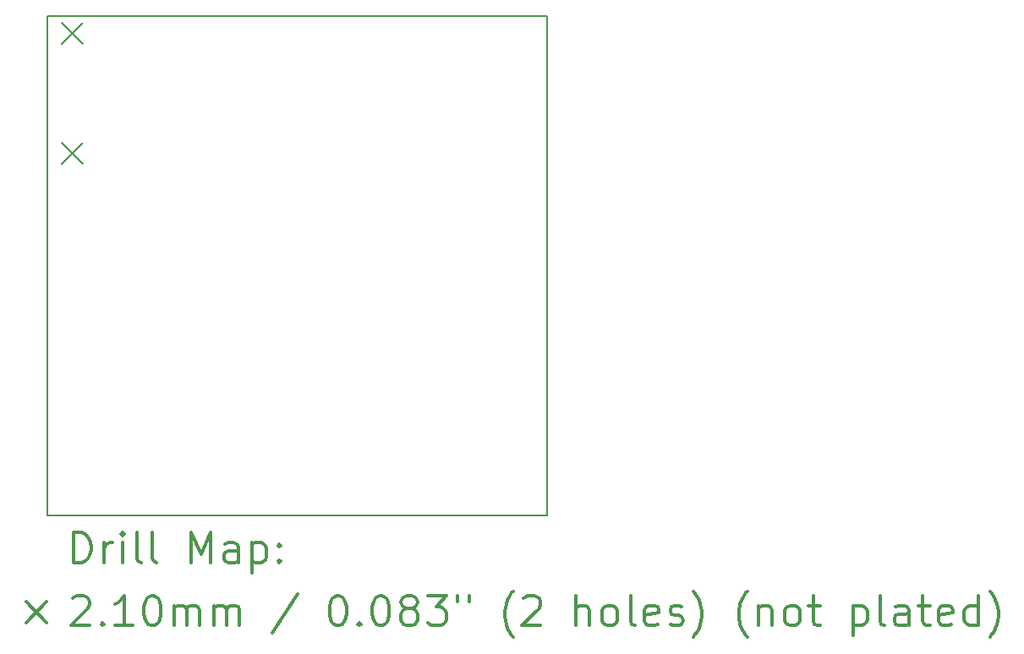
<source format=gbr>
%FSLAX45Y45*%
G04 Gerber Fmt 4.5, Leading zero omitted, Abs format (unit mm)*
G04 Created by KiCad (PCBNEW 4.0.2-stable) date 3/23/2016 2:13:14 PM*
%MOMM*%
G01*
G04 APERTURE LIST*
%ADD10C,0.127000*%
%ADD11C,0.150000*%
%ADD12C,0.200000*%
%ADD13C,0.300000*%
G04 APERTURE END LIST*
D10*
D11*
X14000000Y-7000000D02*
X9000000Y-7000000D01*
X14000000Y-12000000D02*
X14000000Y-7000000D01*
X9000000Y-12000000D02*
X14000000Y-12000000D01*
X9000000Y-7000000D02*
X9000000Y-12000000D01*
D12*
X9140600Y-7067400D02*
X9350600Y-7277400D01*
X9350600Y-7067400D02*
X9140600Y-7277400D01*
X9140600Y-8267400D02*
X9350600Y-8477400D01*
X9350600Y-8267400D02*
X9140600Y-8477400D01*
D13*
X9263929Y-12473214D02*
X9263929Y-12173214D01*
X9335357Y-12173214D01*
X9378214Y-12187500D01*
X9406786Y-12216071D01*
X9421071Y-12244643D01*
X9435357Y-12301786D01*
X9435357Y-12344643D01*
X9421071Y-12401786D01*
X9406786Y-12430357D01*
X9378214Y-12458929D01*
X9335357Y-12473214D01*
X9263929Y-12473214D01*
X9563929Y-12473214D02*
X9563929Y-12273214D01*
X9563929Y-12330357D02*
X9578214Y-12301786D01*
X9592500Y-12287500D01*
X9621071Y-12273214D01*
X9649643Y-12273214D01*
X9749643Y-12473214D02*
X9749643Y-12273214D01*
X9749643Y-12173214D02*
X9735357Y-12187500D01*
X9749643Y-12201786D01*
X9763929Y-12187500D01*
X9749643Y-12173214D01*
X9749643Y-12201786D01*
X9935357Y-12473214D02*
X9906786Y-12458929D01*
X9892500Y-12430357D01*
X9892500Y-12173214D01*
X10092500Y-12473214D02*
X10063929Y-12458929D01*
X10049643Y-12430357D01*
X10049643Y-12173214D01*
X10435357Y-12473214D02*
X10435357Y-12173214D01*
X10535357Y-12387500D01*
X10635357Y-12173214D01*
X10635357Y-12473214D01*
X10906786Y-12473214D02*
X10906786Y-12316071D01*
X10892500Y-12287500D01*
X10863929Y-12273214D01*
X10806786Y-12273214D01*
X10778214Y-12287500D01*
X10906786Y-12458929D02*
X10878214Y-12473214D01*
X10806786Y-12473214D01*
X10778214Y-12458929D01*
X10763929Y-12430357D01*
X10763929Y-12401786D01*
X10778214Y-12373214D01*
X10806786Y-12358929D01*
X10878214Y-12358929D01*
X10906786Y-12344643D01*
X11049643Y-12273214D02*
X11049643Y-12573214D01*
X11049643Y-12287500D02*
X11078214Y-12273214D01*
X11135357Y-12273214D01*
X11163929Y-12287500D01*
X11178214Y-12301786D01*
X11192500Y-12330357D01*
X11192500Y-12416071D01*
X11178214Y-12444643D01*
X11163929Y-12458929D01*
X11135357Y-12473214D01*
X11078214Y-12473214D01*
X11049643Y-12458929D01*
X11321071Y-12444643D02*
X11335357Y-12458929D01*
X11321071Y-12473214D01*
X11306786Y-12458929D01*
X11321071Y-12444643D01*
X11321071Y-12473214D01*
X11321071Y-12287500D02*
X11335357Y-12301786D01*
X11321071Y-12316071D01*
X11306786Y-12301786D01*
X11321071Y-12287500D01*
X11321071Y-12316071D01*
X8782500Y-12862500D02*
X8992500Y-13072500D01*
X8992500Y-12862500D02*
X8782500Y-13072500D01*
X9249643Y-12831786D02*
X9263929Y-12817500D01*
X9292500Y-12803214D01*
X9363929Y-12803214D01*
X9392500Y-12817500D01*
X9406786Y-12831786D01*
X9421071Y-12860357D01*
X9421071Y-12888929D01*
X9406786Y-12931786D01*
X9235357Y-13103214D01*
X9421071Y-13103214D01*
X9549643Y-13074643D02*
X9563929Y-13088929D01*
X9549643Y-13103214D01*
X9535357Y-13088929D01*
X9549643Y-13074643D01*
X9549643Y-13103214D01*
X9849643Y-13103214D02*
X9678214Y-13103214D01*
X9763928Y-13103214D02*
X9763928Y-12803214D01*
X9735357Y-12846071D01*
X9706786Y-12874643D01*
X9678214Y-12888929D01*
X10035357Y-12803214D02*
X10063929Y-12803214D01*
X10092500Y-12817500D01*
X10106786Y-12831786D01*
X10121071Y-12860357D01*
X10135357Y-12917500D01*
X10135357Y-12988929D01*
X10121071Y-13046071D01*
X10106786Y-13074643D01*
X10092500Y-13088929D01*
X10063929Y-13103214D01*
X10035357Y-13103214D01*
X10006786Y-13088929D01*
X9992500Y-13074643D01*
X9978214Y-13046071D01*
X9963929Y-12988929D01*
X9963929Y-12917500D01*
X9978214Y-12860357D01*
X9992500Y-12831786D01*
X10006786Y-12817500D01*
X10035357Y-12803214D01*
X10263929Y-13103214D02*
X10263929Y-12903214D01*
X10263929Y-12931786D02*
X10278214Y-12917500D01*
X10306786Y-12903214D01*
X10349643Y-12903214D01*
X10378214Y-12917500D01*
X10392500Y-12946071D01*
X10392500Y-13103214D01*
X10392500Y-12946071D02*
X10406786Y-12917500D01*
X10435357Y-12903214D01*
X10478214Y-12903214D01*
X10506786Y-12917500D01*
X10521071Y-12946071D01*
X10521071Y-13103214D01*
X10663929Y-13103214D02*
X10663929Y-12903214D01*
X10663929Y-12931786D02*
X10678214Y-12917500D01*
X10706786Y-12903214D01*
X10749643Y-12903214D01*
X10778214Y-12917500D01*
X10792500Y-12946071D01*
X10792500Y-13103214D01*
X10792500Y-12946071D02*
X10806786Y-12917500D01*
X10835357Y-12903214D01*
X10878214Y-12903214D01*
X10906786Y-12917500D01*
X10921071Y-12946071D01*
X10921071Y-13103214D01*
X11506786Y-12788929D02*
X11249643Y-13174643D01*
X11892500Y-12803214D02*
X11921071Y-12803214D01*
X11949643Y-12817500D01*
X11963928Y-12831786D01*
X11978214Y-12860357D01*
X11992500Y-12917500D01*
X11992500Y-12988929D01*
X11978214Y-13046071D01*
X11963928Y-13074643D01*
X11949643Y-13088929D01*
X11921071Y-13103214D01*
X11892500Y-13103214D01*
X11863928Y-13088929D01*
X11849643Y-13074643D01*
X11835357Y-13046071D01*
X11821071Y-12988929D01*
X11821071Y-12917500D01*
X11835357Y-12860357D01*
X11849643Y-12831786D01*
X11863928Y-12817500D01*
X11892500Y-12803214D01*
X12121071Y-13074643D02*
X12135357Y-13088929D01*
X12121071Y-13103214D01*
X12106786Y-13088929D01*
X12121071Y-13074643D01*
X12121071Y-13103214D01*
X12321071Y-12803214D02*
X12349643Y-12803214D01*
X12378214Y-12817500D01*
X12392500Y-12831786D01*
X12406785Y-12860357D01*
X12421071Y-12917500D01*
X12421071Y-12988929D01*
X12406785Y-13046071D01*
X12392500Y-13074643D01*
X12378214Y-13088929D01*
X12349643Y-13103214D01*
X12321071Y-13103214D01*
X12292500Y-13088929D01*
X12278214Y-13074643D01*
X12263928Y-13046071D01*
X12249643Y-12988929D01*
X12249643Y-12917500D01*
X12263928Y-12860357D01*
X12278214Y-12831786D01*
X12292500Y-12817500D01*
X12321071Y-12803214D01*
X12592500Y-12931786D02*
X12563928Y-12917500D01*
X12549643Y-12903214D01*
X12535357Y-12874643D01*
X12535357Y-12860357D01*
X12549643Y-12831786D01*
X12563928Y-12817500D01*
X12592500Y-12803214D01*
X12649643Y-12803214D01*
X12678214Y-12817500D01*
X12692500Y-12831786D01*
X12706785Y-12860357D01*
X12706785Y-12874643D01*
X12692500Y-12903214D01*
X12678214Y-12917500D01*
X12649643Y-12931786D01*
X12592500Y-12931786D01*
X12563928Y-12946071D01*
X12549643Y-12960357D01*
X12535357Y-12988929D01*
X12535357Y-13046071D01*
X12549643Y-13074643D01*
X12563928Y-13088929D01*
X12592500Y-13103214D01*
X12649643Y-13103214D01*
X12678214Y-13088929D01*
X12692500Y-13074643D01*
X12706785Y-13046071D01*
X12706785Y-12988929D01*
X12692500Y-12960357D01*
X12678214Y-12946071D01*
X12649643Y-12931786D01*
X12806785Y-12803214D02*
X12992500Y-12803214D01*
X12892500Y-12917500D01*
X12935357Y-12917500D01*
X12963928Y-12931786D01*
X12978214Y-12946071D01*
X12992500Y-12974643D01*
X12992500Y-13046071D01*
X12978214Y-13074643D01*
X12963928Y-13088929D01*
X12935357Y-13103214D01*
X12849643Y-13103214D01*
X12821071Y-13088929D01*
X12806785Y-13074643D01*
X13106786Y-12803214D02*
X13106786Y-12860357D01*
X13221071Y-12803214D02*
X13221071Y-12860357D01*
X13663928Y-13217500D02*
X13649643Y-13203214D01*
X13621071Y-13160357D01*
X13606785Y-13131786D01*
X13592500Y-13088929D01*
X13578214Y-13017500D01*
X13578214Y-12960357D01*
X13592500Y-12888929D01*
X13606785Y-12846071D01*
X13621071Y-12817500D01*
X13649643Y-12774643D01*
X13663928Y-12760357D01*
X13763928Y-12831786D02*
X13778214Y-12817500D01*
X13806785Y-12803214D01*
X13878214Y-12803214D01*
X13906785Y-12817500D01*
X13921071Y-12831786D01*
X13935357Y-12860357D01*
X13935357Y-12888929D01*
X13921071Y-12931786D01*
X13749643Y-13103214D01*
X13935357Y-13103214D01*
X14292500Y-13103214D02*
X14292500Y-12803214D01*
X14421071Y-13103214D02*
X14421071Y-12946071D01*
X14406785Y-12917500D01*
X14378214Y-12903214D01*
X14335357Y-12903214D01*
X14306785Y-12917500D01*
X14292500Y-12931786D01*
X14606785Y-13103214D02*
X14578214Y-13088929D01*
X14563928Y-13074643D01*
X14549643Y-13046071D01*
X14549643Y-12960357D01*
X14563928Y-12931786D01*
X14578214Y-12917500D01*
X14606785Y-12903214D01*
X14649643Y-12903214D01*
X14678214Y-12917500D01*
X14692500Y-12931786D01*
X14706785Y-12960357D01*
X14706785Y-13046071D01*
X14692500Y-13074643D01*
X14678214Y-13088929D01*
X14649643Y-13103214D01*
X14606785Y-13103214D01*
X14878214Y-13103214D02*
X14849643Y-13088929D01*
X14835357Y-13060357D01*
X14835357Y-12803214D01*
X15106786Y-13088929D02*
X15078214Y-13103214D01*
X15021071Y-13103214D01*
X14992500Y-13088929D01*
X14978214Y-13060357D01*
X14978214Y-12946071D01*
X14992500Y-12917500D01*
X15021071Y-12903214D01*
X15078214Y-12903214D01*
X15106786Y-12917500D01*
X15121071Y-12946071D01*
X15121071Y-12974643D01*
X14978214Y-13003214D01*
X15235357Y-13088929D02*
X15263928Y-13103214D01*
X15321071Y-13103214D01*
X15349643Y-13088929D01*
X15363928Y-13060357D01*
X15363928Y-13046071D01*
X15349643Y-13017500D01*
X15321071Y-13003214D01*
X15278214Y-13003214D01*
X15249643Y-12988929D01*
X15235357Y-12960357D01*
X15235357Y-12946071D01*
X15249643Y-12917500D01*
X15278214Y-12903214D01*
X15321071Y-12903214D01*
X15349643Y-12917500D01*
X15463928Y-13217500D02*
X15478214Y-13203214D01*
X15506786Y-13160357D01*
X15521071Y-13131786D01*
X15535357Y-13088929D01*
X15549643Y-13017500D01*
X15549643Y-12960357D01*
X15535357Y-12888929D01*
X15521071Y-12846071D01*
X15506786Y-12817500D01*
X15478214Y-12774643D01*
X15463928Y-12760357D01*
X16006786Y-13217500D02*
X15992500Y-13203214D01*
X15963928Y-13160357D01*
X15949643Y-13131786D01*
X15935357Y-13088929D01*
X15921071Y-13017500D01*
X15921071Y-12960357D01*
X15935357Y-12888929D01*
X15949643Y-12846071D01*
X15963928Y-12817500D01*
X15992500Y-12774643D01*
X16006786Y-12760357D01*
X16121071Y-12903214D02*
X16121071Y-13103214D01*
X16121071Y-12931786D02*
X16135357Y-12917500D01*
X16163928Y-12903214D01*
X16206786Y-12903214D01*
X16235357Y-12917500D01*
X16249643Y-12946071D01*
X16249643Y-13103214D01*
X16435357Y-13103214D02*
X16406786Y-13088929D01*
X16392500Y-13074643D01*
X16378214Y-13046071D01*
X16378214Y-12960357D01*
X16392500Y-12931786D01*
X16406786Y-12917500D01*
X16435357Y-12903214D01*
X16478214Y-12903214D01*
X16506786Y-12917500D01*
X16521071Y-12931786D01*
X16535357Y-12960357D01*
X16535357Y-13046071D01*
X16521071Y-13074643D01*
X16506786Y-13088929D01*
X16478214Y-13103214D01*
X16435357Y-13103214D01*
X16621071Y-12903214D02*
X16735357Y-12903214D01*
X16663928Y-12803214D02*
X16663928Y-13060357D01*
X16678214Y-13088929D01*
X16706786Y-13103214D01*
X16735357Y-13103214D01*
X17063929Y-12903214D02*
X17063929Y-13203214D01*
X17063929Y-12917500D02*
X17092500Y-12903214D01*
X17149643Y-12903214D01*
X17178214Y-12917500D01*
X17192500Y-12931786D01*
X17206786Y-12960357D01*
X17206786Y-13046071D01*
X17192500Y-13074643D01*
X17178214Y-13088929D01*
X17149643Y-13103214D01*
X17092500Y-13103214D01*
X17063929Y-13088929D01*
X17378214Y-13103214D02*
X17349643Y-13088929D01*
X17335357Y-13060357D01*
X17335357Y-12803214D01*
X17621071Y-13103214D02*
X17621071Y-12946071D01*
X17606786Y-12917500D01*
X17578214Y-12903214D01*
X17521071Y-12903214D01*
X17492500Y-12917500D01*
X17621071Y-13088929D02*
X17592500Y-13103214D01*
X17521071Y-13103214D01*
X17492500Y-13088929D01*
X17478214Y-13060357D01*
X17478214Y-13031786D01*
X17492500Y-13003214D01*
X17521071Y-12988929D01*
X17592500Y-12988929D01*
X17621071Y-12974643D01*
X17721071Y-12903214D02*
X17835357Y-12903214D01*
X17763929Y-12803214D02*
X17763929Y-13060357D01*
X17778214Y-13088929D01*
X17806786Y-13103214D01*
X17835357Y-13103214D01*
X18049643Y-13088929D02*
X18021072Y-13103214D01*
X17963929Y-13103214D01*
X17935357Y-13088929D01*
X17921072Y-13060357D01*
X17921072Y-12946071D01*
X17935357Y-12917500D01*
X17963929Y-12903214D01*
X18021072Y-12903214D01*
X18049643Y-12917500D01*
X18063929Y-12946071D01*
X18063929Y-12974643D01*
X17921072Y-13003214D01*
X18321072Y-13103214D02*
X18321072Y-12803214D01*
X18321072Y-13088929D02*
X18292500Y-13103214D01*
X18235357Y-13103214D01*
X18206786Y-13088929D01*
X18192500Y-13074643D01*
X18178214Y-13046071D01*
X18178214Y-12960357D01*
X18192500Y-12931786D01*
X18206786Y-12917500D01*
X18235357Y-12903214D01*
X18292500Y-12903214D01*
X18321072Y-12917500D01*
X18435357Y-13217500D02*
X18449643Y-13203214D01*
X18478214Y-13160357D01*
X18492500Y-13131786D01*
X18506786Y-13088929D01*
X18521072Y-13017500D01*
X18521072Y-12960357D01*
X18506786Y-12888929D01*
X18492500Y-12846071D01*
X18478214Y-12817500D01*
X18449643Y-12774643D01*
X18435357Y-12760357D01*
M02*

</source>
